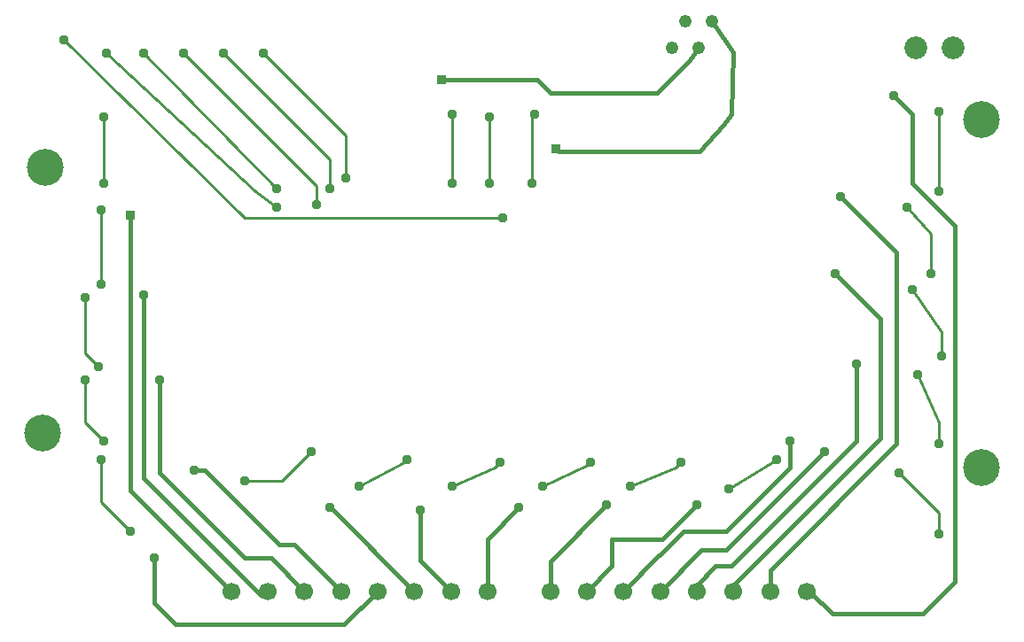
<source format=gbl>
G75*
%MOIN*%
%OFA0B0*%
%FSLAX24Y24*%
%IPPOS*%
%LPD*%
%AMOC8*
5,1,8,0,0,1.08239X$1,22.5*
%
%ADD10C,0.0860*%
%ADD11C,0.1384*%
%ADD12C,0.0669*%
%ADD13C,0.0480*%
%ADD14C,0.0376*%
%ADD15C,0.0100*%
%ADD16C,0.0160*%
%ADD17R,0.0376X0.0376*%
D10*
X033931Y027027D03*
X035309Y027027D03*
D11*
X036400Y024327D03*
X036400Y011227D03*
X001200Y022527D03*
X001100Y012527D03*
D12*
X008177Y006587D03*
X009555Y006587D03*
X010933Y006587D03*
X012311Y006587D03*
X013689Y006587D03*
X015067Y006587D03*
X016445Y006587D03*
X017823Y006587D03*
X020177Y006587D03*
X021555Y006587D03*
X022933Y006587D03*
X024311Y006587D03*
X025689Y006587D03*
X027067Y006587D03*
X028445Y006587D03*
X029823Y006587D03*
D13*
X025750Y027027D03*
X024750Y027027D03*
X025250Y028027D03*
X026250Y028027D03*
D14*
X019600Y024527D03*
X017900Y024427D03*
X016500Y024527D03*
X016500Y021927D03*
X017900Y021927D03*
X018400Y020627D03*
X019500Y021927D03*
X012500Y022127D03*
X011900Y021727D03*
X011400Y021127D03*
X009900Y021027D03*
X009900Y021727D03*
X004900Y017727D03*
X003300Y018127D03*
X002700Y017627D03*
X003200Y015027D03*
X002700Y014527D03*
X003400Y012227D03*
X003300Y011527D03*
X004400Y008827D03*
X005300Y007827D03*
X008700Y010727D03*
X006800Y011127D03*
X005500Y014527D03*
X011200Y011827D03*
X013000Y010527D03*
X011900Y009727D03*
X014800Y011527D03*
X016500Y010527D03*
X015300Y009627D03*
X018300Y011427D03*
X019900Y010527D03*
X019000Y009727D03*
X021700Y011427D03*
X023200Y010527D03*
X022300Y009827D03*
X025100Y011427D03*
X025700Y009827D03*
X026900Y010427D03*
X028700Y011527D03*
X029200Y012227D03*
X030500Y011827D03*
X033300Y011027D03*
X034800Y012127D03*
X034000Y014727D03*
X034900Y015427D03*
X033800Y017927D03*
X034500Y018527D03*
X033600Y021027D03*
X034800Y021627D03*
X034800Y024627D03*
X033100Y025227D03*
X031100Y021427D03*
X030900Y018527D03*
X031700Y015127D03*
X034800Y008727D03*
X009400Y026827D03*
X007900Y026827D03*
X006400Y026827D03*
X004900Y026827D03*
X003500Y026827D03*
X001900Y027327D03*
X003400Y024427D03*
X003400Y021927D03*
X003300Y020927D03*
D15*
X003300Y018127D01*
X002700Y017627D02*
X002700Y015527D01*
X003200Y015027D01*
X002700Y014527D02*
X002700Y012927D01*
X003400Y012227D01*
X003300Y011527D02*
X003300Y009927D01*
X004400Y008827D01*
X008700Y010727D02*
X010100Y010727D01*
X011200Y011827D01*
X013000Y010527D02*
X014700Y011427D01*
X014800Y011527D01*
X016500Y010527D02*
X018100Y011227D01*
X018300Y011427D01*
X019900Y010527D02*
X021600Y011327D01*
X021700Y011427D01*
X023200Y010527D02*
X024900Y011227D01*
X025100Y011427D01*
X026900Y010427D02*
X028700Y011527D01*
X033300Y011027D02*
X034800Y009527D01*
X034800Y008727D01*
X034800Y012127D02*
X034800Y012927D01*
X034000Y014727D01*
X034900Y015427D02*
X034900Y016327D01*
X033800Y017927D01*
X034500Y018527D02*
X034500Y020027D01*
X033600Y021027D01*
X034800Y021627D02*
X034800Y024627D01*
X019600Y024527D02*
X019500Y024427D01*
X019500Y021927D01*
X017900Y021927D02*
X017900Y024427D01*
X016500Y024527D02*
X016500Y021927D01*
X018400Y020627D02*
X008700Y020627D01*
X001900Y027327D01*
X003500Y026827D02*
X009100Y021627D01*
X009900Y021027D01*
X009900Y021727D02*
X004900Y026827D01*
X006400Y026827D02*
X011400Y021827D01*
X011400Y021127D01*
X011900Y021727D02*
X011900Y022827D01*
X007900Y026827D01*
X009400Y026827D02*
X012500Y023727D01*
X012500Y022127D01*
X003400Y021927D02*
X003400Y024427D01*
D16*
X006100Y005327D02*
X012428Y005327D01*
X013689Y006587D01*
X015067Y006587D02*
X011928Y009727D01*
X011900Y009727D01*
X010572Y008327D02*
X010000Y008327D01*
X007200Y011127D01*
X006800Y011127D01*
X005500Y011027D02*
X008700Y007827D01*
X009694Y007827D01*
X010933Y006587D01*
X012311Y006587D02*
X010572Y008327D01*
X009555Y006587D02*
X009394Y006427D01*
X009300Y006427D01*
X004900Y010827D01*
X004900Y017727D01*
X004400Y020727D02*
X004400Y010364D01*
X008177Y006587D01*
X006100Y005327D02*
X005300Y006127D01*
X005300Y007827D01*
X005500Y011027D02*
X005500Y014527D01*
X015300Y009627D02*
X015300Y007732D01*
X016445Y006587D01*
X017823Y006587D02*
X017823Y008550D01*
X019000Y009727D01*
X020177Y007704D02*
X020177Y006587D01*
X020177Y007704D02*
X022300Y009827D01*
X022500Y008527D02*
X022500Y007532D01*
X021555Y006587D01*
X022933Y006587D02*
X024272Y007927D01*
X024300Y007927D01*
X025200Y008827D01*
X026800Y008827D01*
X029200Y011227D01*
X029200Y012227D01*
X030500Y011827D02*
X026800Y008127D01*
X025850Y008127D01*
X024311Y006587D01*
X025689Y006587D02*
X025689Y006816D01*
X026400Y007527D01*
X027000Y007527D01*
X031700Y012227D01*
X031700Y015127D01*
X032600Y016827D02*
X032600Y012327D01*
X027067Y006794D01*
X027067Y006587D01*
X028445Y006587D02*
X028445Y007372D01*
X033200Y012127D01*
X033200Y019327D01*
X031100Y021427D01*
X033800Y021927D02*
X035400Y020327D01*
X035400Y006927D01*
X034200Y005727D01*
X030800Y005727D01*
X029939Y006587D01*
X029823Y006587D01*
X025700Y009827D02*
X024400Y008527D01*
X022500Y008527D01*
X030900Y018527D02*
X032600Y016827D01*
X033800Y021927D02*
X033800Y024527D01*
X033100Y025227D01*
X027000Y024527D02*
X027050Y026877D01*
X026250Y028027D01*
X025750Y027027D02*
X025400Y026527D01*
X024200Y025327D01*
X020200Y025327D01*
X019700Y025827D01*
X016100Y025827D01*
X020400Y023227D02*
X020500Y023127D01*
X025800Y023127D01*
X026700Y024127D01*
X027000Y024527D01*
D17*
X020400Y023227D03*
X016100Y025827D03*
X004400Y020727D03*
M02*

</source>
